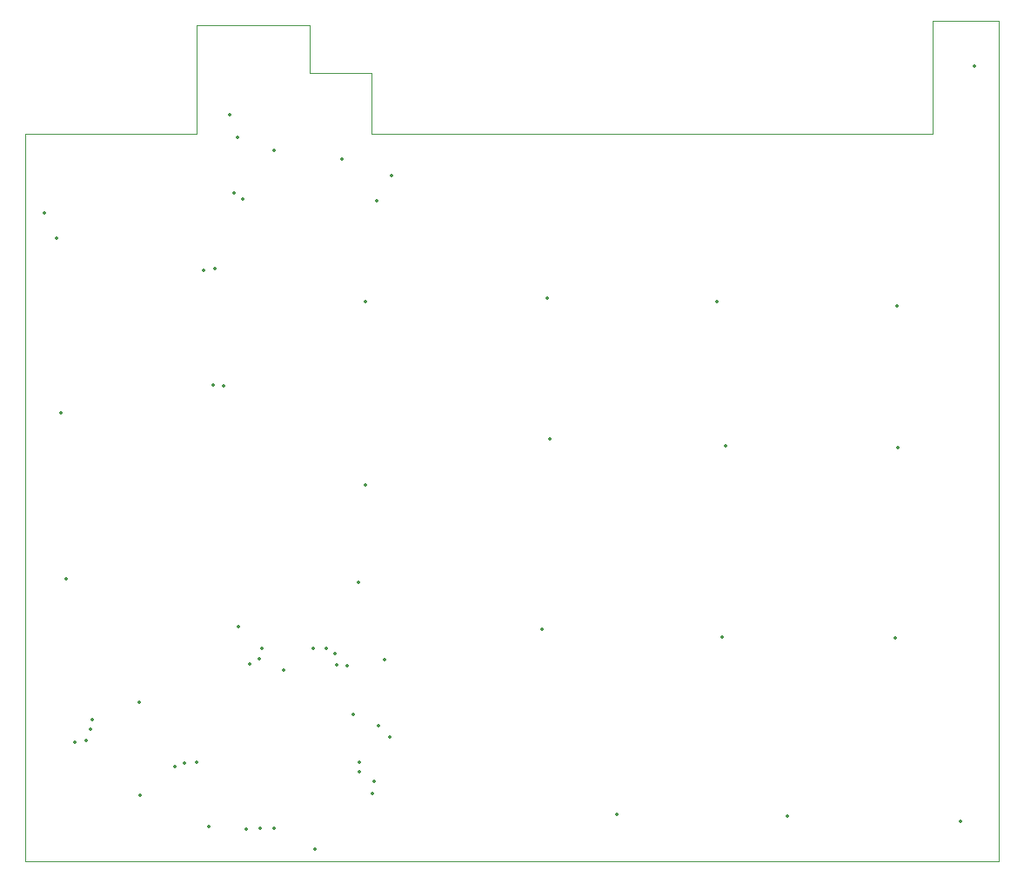
<source format=gto>
%TF.GenerationSoftware,KiCad,Pcbnew,(6.0.9)*%
%TF.CreationDate,2023-01-09T12:53:46+09:00*%
%TF.ProjectId,split-mini__left,73706c69-742d-46d6-996e-695f5f6c6566,rev?*%
%TF.SameCoordinates,Original*%
%TF.FileFunction,Legend,Top*%
%TF.FilePolarity,Positive*%
%FSLAX46Y46*%
G04 Gerber Fmt 4.6, Leading zero omitted, Abs format (unit mm)*
G04 Created by KiCad (PCBNEW (6.0.9)) date 2023-01-09 12:53:46*
%MOMM*%
%LPD*%
G01*
G04 APERTURE LIST*
%TA.AperFunction,Profile*%
%ADD10C,0.100000*%
%TD*%
%ADD11C,0.350000*%
%ADD12O,0.600000X1.400000*%
%ADD13O,0.600000X1.700000*%
%ADD14O,1.000000X1.500000*%
%ADD15C,1.900000*%
%ADD16C,4.100000*%
%ADD17C,3.000000*%
%ADD18C,0.650000*%
%ADD19O,1.000000X1.800000*%
%ADD20O,1.000000X2.100000*%
%ADD21C,1.200000*%
%ADD22O,1.700000X2.500000*%
G04 APERTURE END LIST*
D10*
X45300000Y-24800000D02*
X51300000Y-24800000D01*
X112386197Y-19800000D02*
X112386197Y-101650000D01*
X34300000Y-20168424D02*
X45300000Y-20168424D01*
X17586197Y-30800000D02*
X34300000Y-30800000D01*
X105886197Y-19800000D02*
X112386197Y-19800000D01*
X105886197Y-30800000D02*
X105886197Y-19800000D01*
X34300000Y-30800000D02*
X34300000Y-20168424D01*
X17586197Y-101650000D02*
X17586197Y-30800000D01*
X51300000Y-24800000D02*
X51300000Y-30800000D01*
X51300000Y-30800000D02*
X105886197Y-30800000D01*
X45300000Y-20168424D02*
X45300000Y-24800000D01*
X112386197Y-101650000D02*
X17586197Y-101650000D01*
D11*
X52625000Y-82025000D03*
X42750000Y-83025000D03*
X51975000Y-88400000D03*
X53087299Y-89512299D03*
X40650000Y-80850000D03*
X110000000Y-24150000D03*
X38325000Y-78750000D03*
X28725000Y-86175000D03*
X28785000Y-95215000D03*
X53250000Y-34800000D03*
X45775000Y-100450000D03*
X51791502Y-37300000D03*
X19450000Y-38475000D03*
X22425000Y-90000000D03*
X37500000Y-28875000D03*
X41875000Y-32400000D03*
X38250000Y-31125000D03*
X38825000Y-37075000D03*
X36099799Y-43924799D03*
X34975000Y-44025000D03*
X37950000Y-36550000D03*
X50125000Y-91950000D03*
X39450000Y-82425000D03*
X35908820Y-55248063D03*
X40400000Y-81925000D03*
X36950000Y-55300000D03*
X49550000Y-87300000D03*
X48400000Y-33200000D03*
X20700000Y-40900000D03*
X23507920Y-89881544D03*
X32145549Y-92397131D03*
X50750000Y-47100000D03*
X33087299Y-92062299D03*
X68412500Y-46787500D03*
X34325000Y-91975000D03*
X84925000Y-47075000D03*
X35500000Y-98250000D03*
X102450000Y-47525000D03*
X21075000Y-57975000D03*
X23934953Y-88800500D03*
X50725000Y-65000000D03*
X46874549Y-80899500D03*
X47751913Y-81378288D03*
X68675000Y-60450000D03*
X47950000Y-82525000D03*
X85775000Y-61175000D03*
X85775000Y-61175000D03*
X102525000Y-61350000D03*
X48950000Y-82625000D03*
X24156888Y-87825949D03*
X21625000Y-74075000D03*
X50050000Y-74475000D03*
X45675000Y-80899500D03*
X67875000Y-79050000D03*
X50165409Y-92948686D03*
X85450000Y-79800000D03*
X51600000Y-93850000D03*
X51375000Y-95050000D03*
X102325000Y-79875000D03*
X41812500Y-98387500D03*
X75200000Y-97100000D03*
X91800000Y-97250000D03*
X40440000Y-98390000D03*
X108600000Y-97775000D03*
X39150000Y-98500000D03*
X100155000Y-74300000D03*
X95075000Y-74300000D03*
X91265000Y-71760000D03*
X89995000Y-74300000D03*
X97615000Y-69220000D03*
X38995000Y-59850000D03*
X49155000Y-59850000D03*
X46615000Y-54770000D03*
X44075000Y-59850000D03*
X40265000Y-57310000D03*
X55995000Y-40300000D03*
X57265000Y-37760000D03*
X61075000Y-40300000D03*
X63615000Y-35220000D03*
X66155000Y-40300000D03*
X29640000Y-59020000D03*
X22020000Y-64100000D03*
X27100000Y-64100000D03*
X32180000Y-64100000D03*
X23290000Y-61560000D03*
X87415000Y-87070000D03*
X79795000Y-92150000D03*
X84875000Y-92150000D03*
X81065000Y-89610000D03*
X89955000Y-92150000D03*
X80625000Y-69235000D03*
X74275000Y-71775000D03*
X78085000Y-74315000D03*
X83165000Y-74315000D03*
X73005000Y-74315000D03*
X74265000Y-54760000D03*
X78075000Y-57300000D03*
X80615000Y-52220000D03*
X83155000Y-57300000D03*
X72995000Y-57300000D03*
X57265000Y-54760000D03*
X55995000Y-57300000D03*
X61075000Y-57300000D03*
X63615000Y-52220000D03*
X66155000Y-57300000D03*
X100130000Y-57300000D03*
X95050000Y-57300000D03*
X89970000Y-57300000D03*
X91240000Y-54760000D03*
X97590000Y-52220000D03*
X27085000Y-81080000D03*
X23275000Y-78540000D03*
X32165000Y-81080000D03*
X29625000Y-76000000D03*
X22005000Y-81080000D03*
X22020000Y-47075000D03*
X32180000Y-47075000D03*
X23290000Y-44535000D03*
X29640000Y-41995000D03*
X27100000Y-47075000D03*
X40240000Y-74285000D03*
X49130000Y-76825000D03*
X46590000Y-71745000D03*
X38970000Y-76825000D03*
X44050000Y-76825000D03*
X100155000Y-40300000D03*
X89995000Y-40300000D03*
X97615000Y-35220000D03*
X91265000Y-37760000D03*
X95075000Y-40300000D03*
X38995000Y-42850000D03*
X44075000Y-42850000D03*
X46615000Y-37770000D03*
X40265000Y-40310000D03*
X49155000Y-42850000D03*
X66155000Y-74275000D03*
X55995000Y-74275000D03*
X57265000Y-71735000D03*
X63615000Y-69195000D03*
X61075000Y-74275000D03*
X62795000Y-92150000D03*
X70415000Y-87070000D03*
X72955000Y-92150000D03*
X64065000Y-89610000D03*
X67875000Y-92150000D03*
X78075000Y-40300000D03*
X83155000Y-40300000D03*
X72995000Y-40300000D03*
X74265000Y-37760000D03*
X80615000Y-35220000D03*
X96795000Y-92150000D03*
X104415000Y-87070000D03*
X98065000Y-89610000D03*
X106955000Y-92150000D03*
X101875000Y-92150000D03*
X36885000Y-25225000D03*
X42665000Y-25225000D03*
D12*
X44095000Y-21545000D03*
D13*
X35455000Y-25725000D03*
X44095000Y-25725000D03*
D12*
X35455000Y-21545000D03*
D11*
X109150000Y-28275000D03*
X109150000Y-21275000D03*
D14*
X111250000Y-31575000D03*
X107050000Y-23075000D03*
X107050000Y-26075000D03*
X107050000Y-30075000D03*
%LPC*%
D15*
%TO.C,SW15*%
X100155000Y-74300000D03*
D16*
X95075000Y-74300000D03*
D17*
X91265000Y-71760000D03*
D15*
X89995000Y-74300000D03*
D17*
X97615000Y-69220000D03*
%TD*%
D15*
%TO.C,SW7*%
X38995000Y-59850000D03*
X49155000Y-59850000D03*
D17*
X46615000Y-54770000D03*
D16*
X44075000Y-59850000D03*
D17*
X40265000Y-57310000D03*
%TD*%
D15*
%TO.C,SW3*%
X55995000Y-40300000D03*
D17*
X57265000Y-37760000D03*
D16*
X61075000Y-40300000D03*
D17*
X63615000Y-35220000D03*
D15*
X66155000Y-40300000D03*
%TD*%
D17*
%TO.C,SW6*%
X29640000Y-59020000D03*
D15*
X22020000Y-64100000D03*
D16*
X27100000Y-64100000D03*
D15*
X32180000Y-64100000D03*
D17*
X23290000Y-61560000D03*
%TD*%
%TO.C,SW17*%
X87415000Y-87070000D03*
D15*
X79795000Y-92150000D03*
D16*
X84875000Y-92150000D03*
D17*
X81065000Y-89610000D03*
D15*
X89955000Y-92150000D03*
%TD*%
D17*
%TO.C,SW14*%
X80625000Y-69235000D03*
X74275000Y-71775000D03*
D16*
X78085000Y-74315000D03*
D15*
X83165000Y-74315000D03*
X73005000Y-74315000D03*
%TD*%
D17*
%TO.C,SW9*%
X74265000Y-54760000D03*
D16*
X78075000Y-57300000D03*
D17*
X80615000Y-52220000D03*
D15*
X83155000Y-57300000D03*
X72995000Y-57300000D03*
%TD*%
D17*
%TO.C,SW8*%
X57265000Y-54760000D03*
D15*
X55995000Y-57300000D03*
D16*
X61075000Y-57300000D03*
D17*
X63615000Y-52220000D03*
D15*
X66155000Y-57300000D03*
%TD*%
%TO.C,SW10*%
X100130000Y-57300000D03*
D16*
X95050000Y-57300000D03*
D15*
X89970000Y-57300000D03*
D17*
X91240000Y-54760000D03*
X97590000Y-52220000D03*
%TD*%
D16*
%TO.C,SW11*%
X27085000Y-81080000D03*
D17*
X23275000Y-78540000D03*
D15*
X32165000Y-81080000D03*
D17*
X29625000Y-76000000D03*
D15*
X22005000Y-81080000D03*
%TD*%
%TO.C,SW1*%
X22020000Y-47075000D03*
X32180000Y-47075000D03*
D17*
X23290000Y-44535000D03*
X29640000Y-41995000D03*
D16*
X27100000Y-47075000D03*
%TD*%
D17*
%TO.C,SW12*%
X40240000Y-74285000D03*
D15*
X49130000Y-76825000D03*
D17*
X46590000Y-71745000D03*
D15*
X38970000Y-76825000D03*
D16*
X44050000Y-76825000D03*
%TD*%
D15*
%TO.C,SW5*%
X100155000Y-40300000D03*
X89995000Y-40300000D03*
D17*
X97615000Y-35220000D03*
X91265000Y-37760000D03*
D16*
X95075000Y-40300000D03*
%TD*%
D15*
%TO.C,SW2*%
X38995000Y-42850000D03*
D16*
X44075000Y-42850000D03*
D17*
X46615000Y-37770000D03*
X40265000Y-40310000D03*
D15*
X49155000Y-42850000D03*
%TD*%
%TO.C,SW13*%
X66155000Y-74275000D03*
X55995000Y-74275000D03*
D17*
X57265000Y-71735000D03*
X63615000Y-69195000D03*
D16*
X61075000Y-74275000D03*
%TD*%
D15*
%TO.C,SW16*%
X62795000Y-92150000D03*
D17*
X70415000Y-87070000D03*
D15*
X72955000Y-92150000D03*
D17*
X64065000Y-89610000D03*
D16*
X67875000Y-92150000D03*
%TD*%
%TO.C,SW4*%
X78075000Y-40300000D03*
D15*
X83155000Y-40300000D03*
X72995000Y-40300000D03*
D17*
X74265000Y-37760000D03*
X80615000Y-35220000D03*
%TD*%
D15*
%TO.C,SW18*%
X96795000Y-92150000D03*
D17*
X104415000Y-87070000D03*
X98065000Y-89610000D03*
D15*
X106955000Y-92150000D03*
D16*
X101875000Y-92150000D03*
%TD*%
D18*
%TO.C,J1*%
X36885000Y-25225000D03*
X42665000Y-25225000D03*
D19*
X44095000Y-21545000D03*
D20*
X35455000Y-25725000D03*
X44095000Y-25725000D03*
D19*
X35455000Y-21545000D03*
%TD*%
D21*
%TO.C,J2*%
X109150000Y-28275000D03*
X109150000Y-21275000D03*
D22*
X111250000Y-31575000D03*
X107050000Y-23075000D03*
X107050000Y-26075000D03*
X107050000Y-30075000D03*
%TD*%
M02*

</source>
